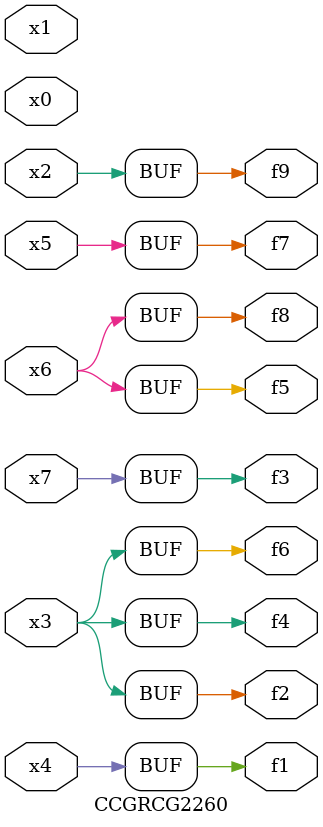
<source format=v>
module CCGRCG2260(
	input x0, x1, x2, x3, x4, x5, x6, x7,
	output f1, f2, f3, f4, f5, f6, f7, f8, f9
);
	assign f1 = x4;
	assign f2 = x3;
	assign f3 = x7;
	assign f4 = x3;
	assign f5 = x6;
	assign f6 = x3;
	assign f7 = x5;
	assign f8 = x6;
	assign f9 = x2;
endmodule

</source>
